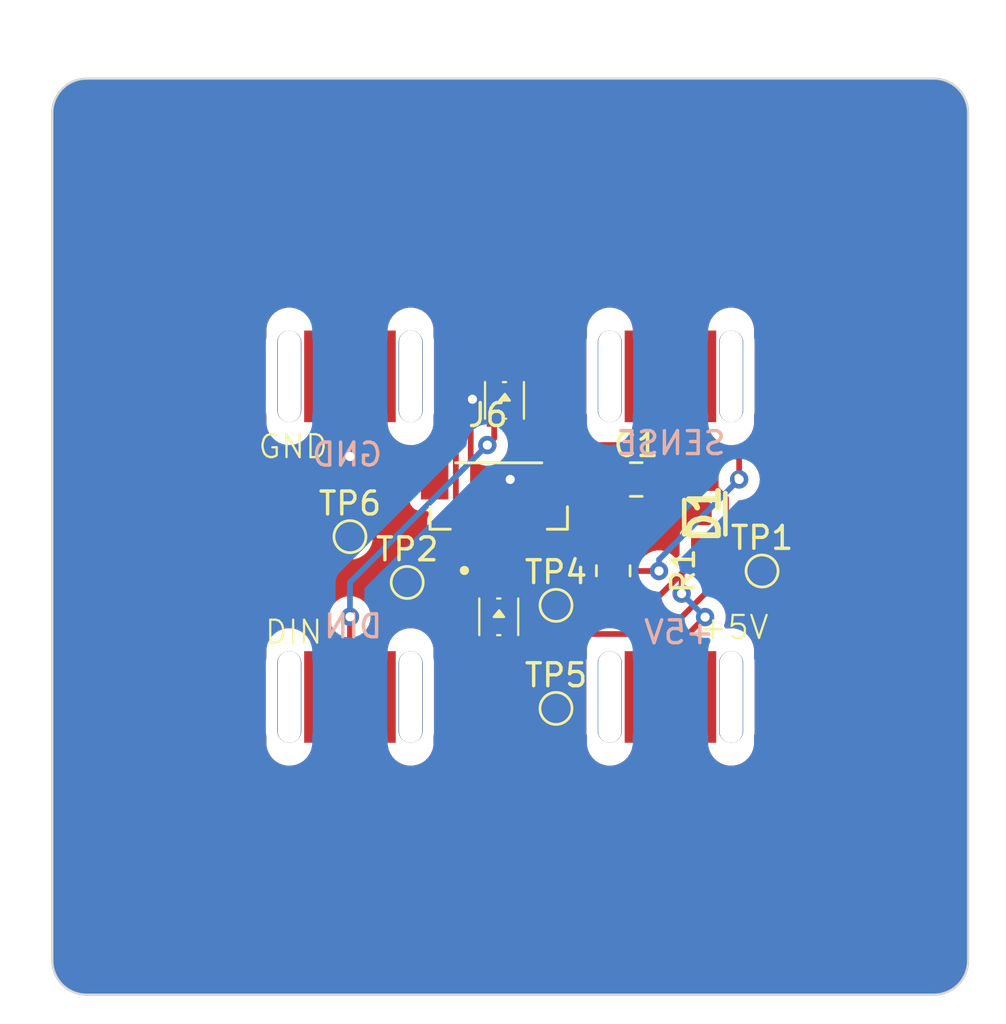
<source format=kicad_pcb>
(kicad_pcb (version 20240108) (generator "pcbnew") (generator_version "8.0")
  (title_block (title "Bottom Block PCB") (date "2024-02-10") (rev "1.0") (company "Block Party"))
  (layers (0 "F.Cu" signal) (31 "B.Cu" signal) (34 "B.Paste" user) (35 "F.Paste" user) (36 "B.SilkS" user "B.Silkscreen") (37 "F.SilkS" user "F.Silkscreen") (38 "B.Mask" user) (39 "F.Mask" user) (44 "Edge.Cuts" user))
  (net 0 "")
  (net 1 "D5V")
  (net 2 "GND")
  (net 3 "+5V")
  (net 4 "DOUT")
  (net 5 "SENSE")
  (net 6 "DIN")
  (net 7 "Net-(LED1-DI)")
  (footprint "TestPoint:TestPoint_Pad_D1.0mm" (layer "F.Cu") (at 170.7 80.56)
    (property "Reference" "TP1" (at 0 -1.448 0) (layer "F.SilkS"))
    (property "Value" "Diode5V")
    (fp_circle (center 0 0) (end 0 0.7) (stroke (width 0.12)) (fill none) (layer "F.SilkS"))
    (pad "1" smd circle (at 0 0) (size 1 1) (layers "F.Cu" "F.Mask") (net 1 "D5V"))
  )
  (footprint "TestPoint:TestPoint_Pad_D1.0mm" (layer "F.Cu") (at 161.7 82.06)
    (property "Reference" "TP4" (at 0 -1.448 0) (layer "F.SilkS"))
    (property "Value" "DO")
    (fp_circle (center 0 0) (end 0 0.7) (stroke (width 0.12)) (fill none) (layer "F.SilkS"))
    (pad "1" smd circle (at 0 0) (size 1 1) (layers "F.Cu" "F.Mask") (net 4 "DOUT"))
  )
  (footprint "TestPoint:TestPoint_Pad_D1.0mm" (layer "F.Cu") (at 161.7 86.56)
    (property "Reference" "TP5" (at 0 -1.448 0) (layer "F.SilkS"))
    (property "Value" "5V")
    (fp_circle (center 0 0) (end 0 0.7) (stroke (width 0.12)) (fill none) (layer "F.SilkS"))
    (pad "1" smd circle (at 0 0) (size 1 1) (layers "F.Cu" "F.Mask") (net 3 "+5V"))
  )
  (footprint "Quinn_lib:XL-1615RGBC-WS2812B" (layer "F.Cu") (at 159.2 82.56 -90)
    (property "Reference" "LED1" (hide yes))
    (property "Value" "~")
    (fp_line (start -0.8 0.85) (end 0.8 0.85) (stroke (width 0.1)) (layer "F.SilkS"))
    (fp_line (start -0.8 -0.07) (end -0.8 0.07) (stroke (width 0.1)) (layer "F.SilkS"))
    (fp_line (start 0.8 -0.07) (end 0.8 0.07) (stroke (width 0.1)) (layer "F.SilkS"))
    (fp_line (start -0.8 -0.85) (end 0.8 -0.85) (stroke (width 0.1)) (layer "F.SilkS"))
    (fp_poly (pts (xy -0.282535 -0.017658) (xy 0.005886 -0.22956) (xy 0.005886 0.217788)) (stroke (width 0.1)) (fill solid) (layer "F.SilkS"))
    (pad "1" smd rect (at -0.75 -0.45 270) (size 0.8 0.65) (layers "F.Cu" "F.Paste" "F.Mask") (net 4 "DOUT"))
    (pad "2" smd rect (at 0.75 -0.45 270) (size 0.8 0.65) (layers "F.Cu" "F.Paste" "F.Mask") (net 1 "D5V"))
    (pad "3" smd rect (at -0.75 0.45 270) (size 0.8 0.65) (layers "F.Cu" "F.Paste" "F.Mask") (net 2 "GND"))
    (pad "4" smd rect (at 0.75 0.45 270) (size 0.8 0.65) (layers "F.Cu" "F.Paste" "F.Mask") (net 7 "Net-(LED1-DI)"))
  )
  (footprint "Quinn_lib:XL-1615RGBC-WS2812B" (layer "F.Cu") (at 159.45 73.11 -90)
    (property "Reference" "LED2" (hide yes))
    (property "Value" "~" (hide yes))
    (fp_line (start -0.8 0.85) (end 0.8 0.85) (stroke (width 0.1)) (layer "F.SilkS"))
    (fp_line (start -0.8 -0.07) (end -0.8 0.07) (stroke (width 0.1)) (layer "F.SilkS"))
    (fp_line (start 0.8 -0.07) (end 0.8 0.07) (stroke (width 0.1)) (layer "F.SilkS"))
    (fp_line (start -0.8 -0.85) (end 0.8 -0.85) (stroke (width 0.1)) (layer "F.SilkS"))
    (fp_poly (pts (xy -0.282535 -0.017658) (xy 0.005886 -0.22956) (xy 0.005886 0.217788)) (stroke (width 0.1)) (fill solid) (layer "F.SilkS"))
    (pad "1" smd rect (at -0.75 -0.45 270) (size 0.8 0.65) (layers "F.Cu" "F.Paste" "F.Mask") (net 7 "Net-(LED1-DI)"))
    (pad "2" smd rect (at 0.75 -0.45 270) (size 0.8 0.65) (layers "F.Cu" "F.Paste" "F.Mask") (net 1 "D5V"))
    (pad "3" smd rect (at -0.75 0.45 270) (size 0.8 0.65) (layers "F.Cu" "F.Paste" "F.Mask") (net 2 "GND"))
    (pad "4" smd rect (at 0.75 0.45 270) (size 0.8 0.65) (layers "F.Cu" "F.Paste" "F.Mask") (net 6 "DIN"))
  )
  (footprint "Quinn_lib:Bottom Block Connector" (layer "F.Cu") (at 159.7 79.06)
    (property "Reference" "J5" (hide yes))
    (property "Value" "~" (hide yes))
    (fp_text user "+5V" (at 8.18178 4.545433 0) (layer "F.SilkS") (effects (font (thickness 0.1)) (justify left bottom)))
    (fp_text user "GND" (at -11.074329 -3.347092 0) (layer "F.SilkS") (effects (font (thickness 0.1)) (justify left bottom)))
    (fp_text user "DIN" (at -10.785074 4.752044 0) (layer "F.SilkS") (effects (font (thickness 0.1)) (justify left bottom)))
    (pad "1" smd rect (at -7 -7) (size 4 4) (layers "F.Cu" "F.Paste" "F.Mask") (net 2 "GND") (clearance 0.001))
    (pad "2" smd rect (at 7 -7) (size 4 4) (layers "F.Cu" "F.Paste" "F.Mask") (net 5 "SENSE") (clearance 0.001))
    (pad "3" smd rect (at -7 7) (size 4 4) (layers "F.Cu" "F.Paste" "F.Mask") (net 6 "DIN") (clearance 0.001))
    (pad "4" smd rect (at 7 7) (size 4 4) (layers "F.Cu" "F.Paste" "F.Mask") (net 3 "+5V") (clearance 0.001))
    (pad "5" thru_hole oval (at -9.65 -7) (size 1.05 4) (drill oval 1 5) (layers "*.Cu" "*.Mask"))
    (pad "5" thru_hole oval (at -9.65 7) (size 1.05 4) (drill oval 1 5) (layers "*.Cu" "*.Mask"))
    (pad "5" thru_hole oval (at -4.35 -7) (size 1.05 4) (drill oval 1 5) (layers "*.Cu" "*.Mask"))
    (pad "5" thru_hole oval (at -4.35 7) (size 1.05 4) (drill oval 1 5) (layers "*.Cu" "*.Mask"))
    (pad "5" thru_hole oval (at 4.35 -7) (size 1.05 4) (drill oval 1 5) (layers "*.Cu" "*.Mask"))
    (pad "5" thru_hole oval (at 4.35 7) (size 1.05 4) (drill oval 1 5) (layers "*.Cu" "*.Mask"))
    (pad "5" thru_hole oval (at 9.65 -7) (size 1.05 4) (drill oval 1 5) (layers "*.Cu" "*.Mask"))
    (pad "5" thru_hole oval (at 9.65 7) (size 1.05 4) (drill oval 1 5) (layers "*.Cu" "*.Mask"))
  )
  (footprint "Capacitor_SMD:C_0805_2012Metric" (layer "F.Cu") (at 165.20451 76.56451 180)
    (property "Reference" "C1" (at 0.00451 1.50451 180) (layer "F.SilkS"))
    (property "Value" "3.3uF")
    (fp_line (start -0.261252 0.735) (end 0.261252 0.735) (stroke (width 0.12)) (layer "F.SilkS"))
    (fp_line (start -0.261252 -0.735) (end 0.261252 -0.735) (stroke (width 0.12)) (layer "F.SilkS"))
    (pad "1" smd roundrect (at -0.95 0 180) (size 1 1.45) (layers "F.Cu" "F.Paste" "F.Mask") (net 1 "D5V"))
    (pad "2" smd roundrect (at 0.95 0 180) (size 1 1.45) (layers "F.Cu" "F.Paste" "F.Mask") (net 2 "GND"))
  )
  (footprint "adafruit-jst-4328:ADAFRUIT_4328" (layer "F.Cu") (at 159.2 77.285)
    (property "Reference" "J6" (at -0.475 -3.535 0) (layer "F.SilkS"))
    (property "Value" "YTC-A1001LF-04A")
    (fp_line (start -3 1.45) (end -3 0.47) (stroke (width 0.127)) (layer "F.SilkS"))
    (fp_line (start -2.12 1.45) (end -3 1.45) (stroke (width 0.127)) (layer "F.SilkS"))
    (fp_line (start -1.88 -1.45) (end 1.88 -1.45) (stroke (width 0.127)) (layer "F.SilkS"))
    (fp_line (start 3 1.45) (end 2.12 1.45) (stroke (width 0.127)) (layer "F.SilkS"))
    (fp_line (start 3 1.45) (end 3 0.47) (stroke (width 0.127)) (layer "F.SilkS"))
    (fp_circle (center -1.5 3.25) (end -1.4 3.25) (stroke (width 0.2)) (fill none) (layer "F.SilkS"))
    (pad "1" smd rect (at -1.5 1.775) (size 0.6 1.55) (layers "F.Cu" "F.Paste" "F.Mask") (net 2 "GND"))
    (pad "2" smd rect (at -0.5 1.775) (size 0.6 1.55) (layers "F.Cu" "F.Paste" "F.Mask") (net 5 "SENSE"))
    (pad "3" smd rect (at 0.5 1.775) (size 0.6 1.55) (layers "F.Cu" "F.Paste" "F.Mask") (net 4 "DOUT"))
    (pad "4" smd rect (at 1.5 1.775) (size 0.6 1.55) (layers "F.Cu" "F.Paste" "F.Mask") (net 3 "+5V"))
    (pad "SH1" smd rect (at -2.8 -0.75) (size 1.2 1.8) (layers "F.Cu" "F.Paste" "F.Mask") (net 2 "GND"))
    (pad "SH2" smd rect (at 2.8 -0.75) (size 1.2 1.8) (layers "F.Cu" "F.Paste" "F.Mask") (net 2 "GND"))
  )
  (footprint "Resistor_SMD:R_0805_2012Metric" (layer "F.Cu") (at 164.199999 80.551081 90)
    (property "Reference" "R1" (at 0 3.048 -90) (layer "F.SilkS"))
    (property "Value" "10k")
    (fp_line (start -0.227064 -0.735) (end 0.227064 -0.735) (stroke (width 0.12)) (layer "F.SilkS"))
    (fp_line (start -0.227064 0.735) (end 0.227064 0.735) (stroke (width 0.12)) (layer "F.SilkS"))
    (pad "1" smd roundrect (at -0.9125 0 90) (size 1.025 1.4) (layers "F.Cu" "F.Paste" "F.Mask") (roundrect_rratio 0.243902439) (net 5 "SENSE"))
    (pad "2" smd roundrect (at 0.9125 0 90) (size 1.025 1.4) (layers "F.Cu" "F.Paste" "F.Mask") (roundrect_rratio 0.243902439) (net 2 "GND"))
  )
  (footprint "TestPoint:TestPoint_Pad_D1.0mm" (layer "F.Cu") (at 152.7 79.06)
    (property "Reference" "TP6" (at 0 -1.448 0) (layer "F.SilkS"))
    (property "Value" "DI")
    (fp_circle (center 0 0) (end 0 0.7) (stroke (width 0.12)) (fill none) (layer "F.SilkS"))
    (pad "1" smd circle (at 0 0) (size 1 1) (layers "F.Cu" "F.Mask") (net 6 "DIN"))
  )
  (footprint "KiCad:1N4007W" (layer "F.Cu") (at 168.2 78.06 -90)
    (property "Reference" "D1" (at 0 0 90) (layer "F.SilkS") (effects (font (size 1.27 1.27) (thickness 0.254))))
    (property "Value" "1N4007W" (hide yes))
    (fp_line (start -0.6 0.9) (end 0.9 0.9) (stroke (width 0.2)) (layer "F.SilkS"))
    (fp_line (start -0.9 -0.9) (end 0.9 -0.9) (stroke (width 0.2)) (layer "F.SilkS"))
    (fp_line (start -1.6 -1.4) (end -1.6 -1.4) (stroke (width 0.2)) (layer "F.SilkS"))
    (fp_line (start -1.6 -1.5) (end -1.6 -1.4) (stroke (width 0.2)) (layer "F.SilkS"))
    (fp_line (start -1.6 -1.5) (end -1.6 -1.5) (stroke (width 0.2)) (layer "F.SilkS"))
    (fp_arc (start -1.6 -1.4) (mid -1.65 -1.45) (end -1.6 -1.5) (stroke (width 0.2)) (layer "F.SilkS"))
    (fp_arc (start -1.6 -1.5) (mid -1.55 -1.45) (end -1.6 -1.4) (stroke (width 0.2)) (layer "F.SilkS"))
    (pad "1" smd rect (at -1.6 0) (size 1.2 1.2) (layers "F.Cu" "F.Paste" "F.Mask") (net 1 "D5V"))
    (pad "2" smd rect (at 1.6 0) (size 1.2 1.2) (layers "F.Cu" "F.Paste" "F.Mask") (net 3 "+5V"))
  )
  (footprint "TestPoint:TestPoint_Pad_D1.0mm" (layer "F.Cu") (at 155.2 81.06)
    (property "Reference" "TP2" (at 0 -1.448 0) (layer "F.SilkS"))
    (property "Value" "DODI")
    (fp_circle (center 0 0) (end 0 0.7) (stroke (width 0.12)) (fill none) (layer "F.SilkS"))
    (pad "1" smd circle (at 0 0) (size 1 1) (layers "F.Cu" "F.Mask") (net 7 "Net-(LED1-DI)"))
  )
  (gr_line (start 179.7 60.56) (end 179.7 97.56) (stroke (width 0.1)) (layer "Edge.Cuts"))
  (gr_arc (start 139.7 60.56) (mid 140.13934 59.49934) (end 141.2 59.06) (stroke (width 0.1)) (layer "Edge.Cuts"))
  (gr_line (start 141.2 59.06) (end 178.2 59.06) (stroke (width 0.1)) (layer "Edge.Cuts"))
  (gr_arc (start 179.7 97.56) (mid 179.26066 98.62066) (end 178.2 99.06) (stroke (width 0.1)) (layer "Edge.Cuts"))
  (gr_line (start 178.2 99.06) (end 141.2 99.06) (stroke (width 0.1)) (layer "Edge.Cuts"))
  (gr_arc (start 178.2 59.06) (mid 179.26066 59.49934) (end 179.7 60.56) (stroke (width 0.1)) (layer "Edge.Cuts"))
  (gr_arc (start 141.2 99.06) (mid 140.13934 98.62066) (end 139.7 97.56) (stroke (width 0.1)) (layer "Edge.Cuts"))
  (gr_line (start 139.7 97.56) (end 139.7 60.56) (stroke (width 0.1)) (layer "Edge.Cuts"))
  (gr_text "GND" (at 154.2 76.06 0) (layer "B.SilkS") (effects (font (size 1 1)) (justify left bottom mirror)))
  (gr_text "+5V" (at 168.7 83.82 0) (layer "B.SilkS") (effects (font (size 1 1)) (justify left bottom mirror)))
  (gr_text "SENSE" (at 169.2 75.56 0) (layer "B.SilkS") (effects (font (size 1 1)) (justify left bottom mirror)))
  (gr_text "DIN" (at 154.2 83.56 0) (layer "B.SilkS") (effects (font (size 1 1)) (justify left bottom mirror)))
  (segment (start 161.1 75.06) (end 159.9 73.86) (width 0.25) (layer "F.Cu") (net 1))
  (segment (start 168.2 76.46) (end 166.25902 76.46) (width 0.25) (layer "F.Cu") (net 1))
  (segment (start 166.15451 76.56451) (end 164.65 75.06) (width 0.25) (layer "F.Cu") (net 1))
  (segment (start 169.125 77.385) (end 169.125 80.635) (width 0.25) (layer "F.Cu") (net 1))
  (segment (start 168.2 76.46) (end 169.125 77.385) (width 0.25) (layer "F.Cu") (net 1))
  (segment (start 166.45 83.31) (end 159.65 83.31) (width 0.25) (layer "F.Cu") (net 1))
  (segment (start 166.25902 76.46) (end 166.15451 76.56451) (width 0.25) (layer "F.Cu") (net 1))
  (segment (start 169.125 80.635) (end 166.45 83.31) (width 0.25) (layer "F.Cu") (net 1))
  (segment (start 164.65 75.06) (end 161.1 75.06) (width 0.25) (layer "F.Cu") (net 1))
  (segment (start 162.175 76.535) (end 163.7 78.06) (width 0.25) (layer "F.Cu") (net 2))
  (segment (start 157.7 79.06) (end 157.7 78.035) (width 0.25) (layer "F.Cu") (net 2))
  (segment (start 157.7 78.035) (end 159.175 76.56) (width 0.25) (layer "F.Cu") (net 2))
  (segment (start 159.7 76.56) (end 159.725 76.535) (width 0.25) (layer "F.Cu") (net 2))
  (segment (start 159 72.36) (end 158.75 72.36) (width 0.25) (layer "F.Cu") (net 2))
  (segment (start 159.175 76.56) (end 159.7 76.56) (width 0.25) (layer "F.Cu") (net 2))
  (segment (start 162 76.535) (end 162.175 76.535) (width 0.25) (layer "F.Cu") (net 2))
  (segment (start 158.75 72.36) (end 158.05 73.06) (width 0.25) (layer "F.Cu") (net 2))
  (segment (start 158.05 73.06) (end 157.975 73.135) (width 0.25) (layer "F.Cu") (net 2))
  (segment (start 157.975 73.135) (end 157.975 75.835) (width 0.25) (layer "F.Cu") (net 2))
  (segment (start 158.7 76.56) (end 159.7 76.56) (width 0.25) (layer "F.Cu") (net 2))
  (segment (start 152.7 75.56) (end 152.7 72.81) (width 1) (layer "F.Cu") (net 2))
  (segment (start 159.725 76.535) (end 162 76.535) (width 0.25) (layer "F.Cu") (net 2))
  (segment (start 157.975 75.835) (end 158.7 76.56) (width 0.25) (layer "F.Cu") (net 2))
  (via (at 159.7 76.56) (size 0.8) (drill 0.4) (layers "F.Cu" "B.Cu") (net 2))
  (via (at 152.7 75.56) (size 1) (drill 0.4) (layers "F.Cu" "B.Cu") (net 2))
  (via (at 158.05 73.06) (size 0.8) (drill 0.4) (layers "F.Cu" "B.Cu") (net 2))
  (segment (start 155.55 75.56) (end 152.7 75.56) (width 0.25) (layer "B.Cu") (net 2))
  (segment (start 158.05 73.06) (end 155.55 75.56) (width 0.25) (layer "B.Cu") (net 2))
  (segment (start 160.7 79.535) (end 163.466081 82.301081) (width 0.25) (layer "F.Cu") (net 3))
  (segment (start 160.7 79.06) (end 160.7 79.535) (width 0.25) (layer "F.Cu") (net 3))
  (segment (start 166.7 84.085306) (end 166.7 86.435305) (width 0.25) (layer "F.Cu") (net 3))
  (segment (start 167.187347 80.672653) (end 168.2 79.66) (width 0.25) (layer "F.Cu") (net 3))
  (segment (start 167.187347 81.547347) (end 167.187347 80.672653) (width 0.25) (layer "F.Cu") (net 3))
  (segment (start 166.7 86.435305) (end 168.212653 87.947958) (width 0.25) (layer "F.Cu") (net 3))
  (segment (start 163.466081 82.301081) (end 165.558919 82.301081) (width 0.25) (layer "F.Cu") (net 3))
  (segment (start 165.558919 82.301081) (end 168.2 79.66) (width 0.25) (layer "F.Cu") (net 3))
  (segment (start 168.212653 82.572653) (end 166.7 84.085306) (width 0.25) (layer "F.Cu") (net 3))
  (via (at 167.187347 81.547347) (size 0.8) (drill 0.4) (layers "F.Cu" "B.Cu") (net 3))
  (via (at 168.212653 82.572653) (size 0.8) (drill 0.4) (layers "F.Cu" "B.Cu") (net 3))
  (segment (start 168.212653 82.572653) (end 167.187347 81.547347) (width 0.25) (layer "B.Cu") (net 3))
  (segment (start 159.7 79.06) (end 159.7 81.76) (width 0.25) (layer "F.Cu") (net 4))
  (segment (start 159.7 81.76) (end 159.65 81.81) (width 0.25) (layer "F.Cu") (net 4))
  (segment (start 166.2 80.56) (end 165.10358 80.56) (width 0.25) (layer "F.Cu") (net 5))
  (segment (start 163.174999 80.438581) (end 164.199999 81.463581) (width 0.25) (layer "F.Cu") (net 5))
  (segment (start 166.7 73.06) (end 169.2 75.56) (width 0.25) (layer "F.Cu") (net 5))
  (segment (start 169.2 75.56) (end 169.7 75.56) (width 0.25) (layer "F.Cu") (net 5))
  (segment (start 169.7 75.56) (end 169.7 76.56) (width 0.25) (layer "F.Cu") (net 5))
  (segment (start 165.10358 80.56) (end 164.199999 81.463581) (width 0.25) (layer "F.Cu") (net 5))
  (segment (start 166.7 72.06) (end 166.7 73.06) (width 0.25) (layer "F.Cu") (net 5))
  (segment (start 158.7 79.06) (end 158.7 78.035) (width 0.25) (layer "F.Cu") (net 5))
  (segment (start 163.174999 79.56) (end 163.174999 80.438581) (width 0.25) (layer "F.Cu") (net 5))
  (segment (start 161.574999 77.96) (end 163.174999 79.56) (width 0.25) (layer "F.Cu") (net 5))
  (segment (start 158.775 77.96) (end 161.574999 77.96) (width 0.25) (layer "F.Cu") (net 5))
  (segment (start 158.7 78.035) (end 158.775 77.96) (width 0.25) (layer "F.Cu") (net 5))
  (via (at 169.7 76.56) (size 0.8) (drill 0.4) (layers "F.Cu" "B.Cu") (net 5))
  (via (at 166.2 80.56) (size 0.8) (drill 0.4) (layers "F.Cu" "B.Cu") (net 5))
  (segment (start 169.7 76.56) (end 166.2 80.06) (width 0.25) (layer "B.Cu") (net 5))
  (segment (start 166.2 80.06) (end 166.2 80.56) (width 0.25) (layer "B.Cu") (net 5))
  (segment (start 152.7 82.56) (end 152.7 86.435305) (width 0.25) (layer "F.Cu") (net 6))
  (segment (start 159 73.86) (end 159 74.76) (width 0.25) (layer "F.Cu") (net 6))
  (segment (start 159 74.76) (end 158.7 75.06) (width 0.25) (layer "F.Cu") (net 6))
  (via (at 152.7 82.56) (size 0.8) (drill 0.4) (layers "F.Cu" "B.Cu") (net 6))
  (via (at 158.7 75.06) (size 0.8) (drill 0.4) (layers "F.Cu" "B.Cu") (net 6))
  (segment (start 152.7 81.06) (end 158.7 75.06) (width 0.25) (layer "B.Cu") (net 6))
  (segment (start 152.7 82.56) (end 152.7 81.06) (width 0.25) (layer "B.Cu") (net 6))
  (segment (start 159.9 72.36) (end 159.9 71.71) (width 0.25) (layer "F.Cu") (net 7))
  (segment (start 159.9 71.71) (end 159.825 71.635) (width 0.25) (layer "F.Cu") (net 7))
  (segment (start 159.825 71.635) (end 158.425305 71.635) (width 0.25) (layer "F.Cu") (net 7))
  (segment (start 158.425305 71.635) (end 157.325 72.735305) (width 0.25) (layer "F.Cu") (net 7))
  (segment (start 156.7 78.385) (end 156.7 81.26) (width 0.25) (layer "F.Cu") (net 7))
  (segment (start 157.325 72.735305) (end 157.325 77.76) (width 0.25) (layer "F.Cu") (net 7))
  (segment (start 157.325 77.76) (end 156.7 78.385) (width 0.25) (layer "F.Cu") (net 7))
  (segment (start 156.7 81.26) (end 158.75 83.31) (width 0.25) (layer "F.Cu") (net 7))
  (zone (net 2) (net_name "GND") (layers "F&B.Cu") (connect_pads (clearance 0.5)) (min_thickness 0.25) (fill yes (thermal_gap 0.5) (thermal_bridge_width 0.5))
    (polygon (pts (xy 137.414 55.626) (xy 181.356 55.626) (xy 181.356 100.33) (xy 137.414 100.33)))
  )
)
</source>
